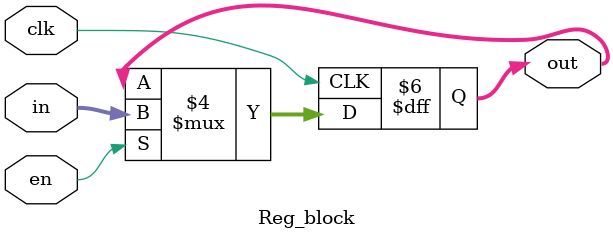
<source format=v>
module Reg_block(clk, en, in, out);
  
  parameter N = 8;
  
  input clk,en;
  input [N-1:0]in;
  output reg [N-1:0]out;
  

  always @(posedge clk)
  begin

    	if (en == 1)
    	begin
    		out <= in;
    	end
    	else
    	begin
    		out <= out;
    	end

  end
  
endmodule
  
  
</source>
